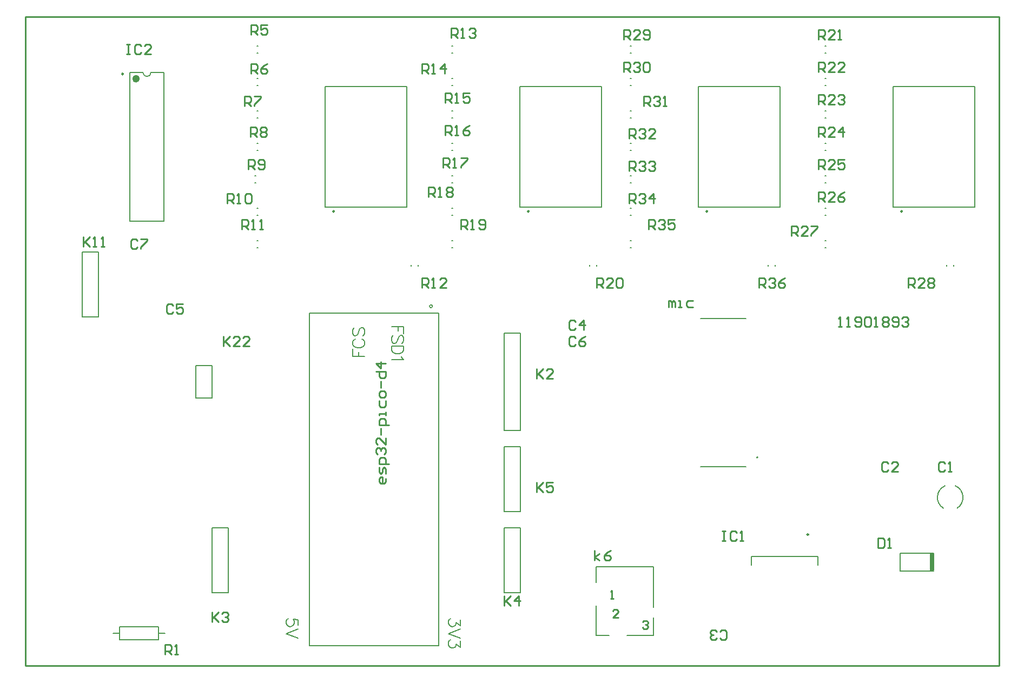
<source format=gto>
G04*
G04 #@! TF.GenerationSoftware,Altium Limited,Altium Designer,20.0.12 (288)*
G04*
G04 Layer_Color=65535*
%FSLAX25Y25*%
%MOIN*%
G70*
G01*
G75*
%ADD10C,0.00984*%
%ADD11C,0.00787*%
%ADD12C,0.02362*%
%ADD13C,0.00500*%
%ADD14C,0.01000*%
%ADD15C,0.00781*%
%ADD16R,0.03150X0.11024*%
D10*
X642724Y181000D02*
G03*
X642724Y181000I-492J0D01*
G01*
X220492Y464921D02*
G03*
X220492Y464921I-492J0D01*
G01*
X350492Y380236D02*
G03*
X350492Y380236I-492J0D01*
G01*
X470492D02*
G03*
X470492Y380236I-492J0D01*
G01*
X700492D02*
G03*
X700492Y380236I-492J0D01*
G01*
X580492D02*
G03*
X580492Y380236I-492J0D01*
G01*
D11*
X611469Y228500D02*
G03*
X611469Y228500I-394J0D01*
G01*
X734232Y197203D02*
G03*
X733274Y211003I-4232J6640D01*
G01*
X726726D02*
G03*
X725768Y197203I3274J-7161D01*
G01*
X410920Y321693D02*
G03*
X410920Y321693I-880J0D01*
G01*
X232500Y465866D02*
G03*
X237500Y465866I2500J0D01*
G01*
X607528Y167417D02*
X648472D01*
X607528Y162299D02*
Y167417D01*
X648472Y162299D02*
Y167417D01*
X302756Y437933D02*
X303543D01*
X302756Y442067D02*
X303543D01*
X532756Y437933D02*
X533543D01*
X532756Y442067D02*
X533543D01*
X532756Y357933D02*
X533543D01*
X532756Y362067D02*
X533543D01*
X652756Y357933D02*
X653543D01*
X652756Y362067D02*
X653543D01*
X265000Y265000D02*
Y285000D01*
Y265000D02*
X275000D01*
Y285000D01*
X265000D02*
X275000D01*
X455000Y195000D02*
X465000D01*
X455000D02*
Y235000D01*
X465000Y195000D02*
Y235000D01*
X455000D02*
X465000D01*
X455000Y245000D02*
Y305000D01*
X465000Y245000D02*
Y305000D01*
X455000D02*
X465000D01*
X455000Y245000D02*
X465000D01*
X622067Y346457D02*
Y347244D01*
X617933Y346457D02*
Y347244D01*
X732067Y346457D02*
Y347244D01*
X727933Y346457D02*
Y347244D01*
X402067Y346457D02*
Y347244D01*
X397933Y346457D02*
Y347244D01*
X422756Y477933D02*
X423543D01*
X422756Y482067D02*
X423543D01*
X302756Y457933D02*
X303543D01*
X302756Y462067D02*
X303543D01*
X302756Y417933D02*
X303543D01*
X302756Y422067D02*
X303543D01*
X301457Y397933D02*
X302244D01*
X301457Y402067D02*
X302244D01*
X302756Y482067D02*
X303543D01*
X302756Y477933D02*
X303543D01*
X302756Y362067D02*
X303543D01*
X302756Y357933D02*
X303543D01*
X242000Y120000D02*
X246000D01*
X214000D02*
X218000D01*
Y116000D02*
X242000D01*
Y124000D01*
X218000D02*
X242000D01*
X218000Y116000D02*
Y124000D01*
X275000Y185000D02*
X285000D01*
Y145000D02*
Y185000D01*
X275000Y145000D02*
Y185000D01*
Y145000D02*
X285000D01*
X455000D02*
X465000D01*
X455000D02*
Y185000D01*
X465000Y145000D02*
Y185000D01*
X455000D02*
X465000D01*
X302756Y377933D02*
X303543D01*
X302756Y382067D02*
X303543D01*
X224370Y374134D02*
X245630D01*
X237500Y465866D02*
X245630D01*
X224370D02*
X232500D01*
X245630Y374134D02*
Y465866D01*
X224370Y374134D02*
Y465866D01*
X512067Y346457D02*
Y347244D01*
X507933Y346457D02*
Y347244D01*
X344803Y382795D02*
X395197D01*
Y457205D01*
X344803D02*
X395197D01*
X344803Y382795D02*
Y457205D01*
X464803Y382795D02*
X515197D01*
Y457205D01*
X464803D02*
X515197D01*
X464803Y382795D02*
Y457205D01*
X422756Y357933D02*
X423543D01*
X422756Y362067D02*
X423543D01*
X422756Y377933D02*
X423543D01*
X422756Y382067D02*
X423543D01*
X422756Y417933D02*
X423543D01*
X422756Y422067D02*
X423543D01*
X422756Y457933D02*
X423543D01*
X422756Y462067D02*
X423543D01*
X422756Y437933D02*
X423543D01*
X422756Y442067D02*
X423543D01*
X532756Y377933D02*
X533543D01*
X532756Y382067D02*
X533543D01*
X532756Y397933D02*
X533543D01*
X532756Y402067D02*
X533543D01*
X532756Y417933D02*
X533543D01*
X532756Y422067D02*
X533543D01*
X532756Y457933D02*
X533543D01*
X532756Y462067D02*
X533543D01*
X422756Y397933D02*
X423543D01*
X422756Y402067D02*
X423543D01*
X694803Y382795D02*
Y457205D01*
X745197D01*
Y382795D02*
Y457205D01*
X694803Y382795D02*
X745197D01*
X574803D02*
Y457205D01*
X625197D01*
Y382795D02*
Y457205D01*
X574803Y382795D02*
X625197D01*
X652756Y482067D02*
X653543D01*
X652756Y477933D02*
X653543D01*
X532756Y482067D02*
X533543D01*
X532756Y477933D02*
X533543D01*
X652756Y462067D02*
X653543D01*
X652756Y457933D02*
X653543D01*
X652756Y442067D02*
X653543D01*
X652756Y437933D02*
X653543D01*
X652756Y417933D02*
X653543D01*
X652756Y422067D02*
X653543D01*
X195000Y315000D02*
X205000D01*
X195000D02*
Y355000D01*
X205000Y315000D02*
Y355000D01*
X195000D02*
X205000D01*
X652756Y402067D02*
X653543D01*
X652756Y397933D02*
X653543D01*
X652756Y382067D02*
X653543D01*
X652756Y377933D02*
X653543D01*
X698976Y158488D02*
Y169512D01*
X719842D01*
X698976Y158488D02*
X719842D01*
D12*
X229488Y461929D02*
G03*
X229488Y461929I-1181J0D01*
G01*
D13*
X576291Y314248D02*
X604244D01*
X576291Y222752D02*
X604244D01*
X414961Y112638D02*
Y317362D01*
X335039Y112638D02*
X414961D01*
X335039D02*
Y317362D01*
X414961D01*
X511783Y161035D02*
X547217D01*
X511783Y151587D02*
Y161035D01*
X547217Y136232D02*
Y161035D01*
Y118909D02*
Y129933D01*
X530681Y118909D02*
X547217D01*
X511783D02*
Y137020D01*
Y118909D02*
X519657D01*
D14*
X589502Y182999D02*
X591502D01*
X590502D01*
Y177001D01*
X589502D01*
X591502D01*
X598499Y181999D02*
X597500Y182999D01*
X595500D01*
X594500Y181999D01*
Y178001D01*
X595500Y177001D01*
X597500D01*
X598499Y178001D01*
X600498Y177001D02*
X602498D01*
X601498D01*
Y182999D01*
X600498Y181999D01*
X295002Y445001D02*
Y450999D01*
X298001D01*
X299000Y449999D01*
Y448000D01*
X298001Y447000D01*
X295002D01*
X297001D02*
X299000Y445001D01*
X301000Y450999D02*
X304998D01*
Y449999D01*
X301000Y446001D01*
Y445001D01*
X661000Y309000D02*
X662999D01*
X662000D01*
Y314998D01*
X661000Y313998D01*
X665998Y309000D02*
X667998D01*
X666998D01*
Y314998D01*
X665998Y313998D01*
X670997Y310000D02*
X671996Y309000D01*
X673996D01*
X674996Y310000D01*
Y313998D01*
X673996Y314998D01*
X671996D01*
X670997Y313998D01*
Y312999D01*
X671996Y311999D01*
X674996D01*
X676995Y313998D02*
X677994Y314998D01*
X679994D01*
X680994Y313998D01*
Y310000D01*
X679994Y309000D01*
X677994D01*
X676995Y310000D01*
Y313998D01*
X682993Y309000D02*
X684992D01*
X683993D01*
Y314998D01*
X682993Y313998D01*
X687991D02*
X688991Y314998D01*
X690990D01*
X691990Y313998D01*
Y312999D01*
X690990Y311999D01*
X691990Y310999D01*
Y310000D01*
X690990Y309000D01*
X688991D01*
X687991Y310000D01*
Y310999D01*
X688991Y311999D01*
X687991Y312999D01*
Y313998D01*
X688991Y311999D02*
X690990D01*
X693989Y310000D02*
X694989Y309000D01*
X696988D01*
X697988Y310000D01*
Y313998D01*
X696988Y314998D01*
X694989D01*
X693989Y313998D01*
Y312999D01*
X694989Y311999D01*
X697988D01*
X699987Y313998D02*
X700987Y314998D01*
X702986D01*
X703986Y313998D01*
Y312999D01*
X702986Y311999D01*
X701987D01*
X702986D01*
X703986Y310999D01*
Y310000D01*
X702986Y309000D01*
X700987D01*
X699987Y310000D01*
X520642Y141587D02*
X522308D01*
X521475D01*
Y146585D01*
X520642Y145752D01*
X540445Y127051D02*
X541278Y127884D01*
X542944D01*
X543777Y127051D01*
Y126218D01*
X542944Y125385D01*
X542111D01*
X542944D01*
X543777Y124552D01*
Y123719D01*
X542944Y122886D01*
X541278D01*
X540445Y123719D01*
X525470Y129657D02*
X522138D01*
X525470Y132990D01*
Y133823D01*
X524637Y134656D01*
X522971D01*
X522138Y133823D01*
X381999Y215511D02*
Y213512D01*
X381000Y212512D01*
X379000D01*
X378001Y213512D01*
Y215511D01*
X379000Y216511D01*
X380000D01*
Y212512D01*
X381999Y218510D02*
Y221509D01*
X381000Y222509D01*
X380000Y221509D01*
Y219510D01*
X379000Y218510D01*
X378001Y219510D01*
Y222509D01*
X383999Y224508D02*
X378001D01*
Y227507D01*
X379000Y228507D01*
X381000D01*
X381999Y227507D01*
Y224508D01*
X377001Y230506D02*
X376001Y231506D01*
Y233505D01*
X377001Y234505D01*
X378001D01*
X379000Y233505D01*
Y232506D01*
Y233505D01*
X380000Y234505D01*
X381000D01*
X381999Y233505D01*
Y231506D01*
X381000Y230506D01*
X381999Y240503D02*
Y236504D01*
X378001Y240503D01*
X377001D01*
X376001Y239503D01*
Y237504D01*
X377001Y236504D01*
X379000Y242502D02*
Y246501D01*
X383999Y248500D02*
X378001D01*
Y251500D01*
X379000Y252499D01*
X381000D01*
X381999Y251500D01*
Y248500D01*
Y254499D02*
Y256498D01*
Y255498D01*
X378001D01*
Y254499D01*
Y263496D02*
Y260497D01*
X379000Y259497D01*
X381000D01*
X381999Y260497D01*
Y263496D01*
Y266495D02*
Y268494D01*
X381000Y269494D01*
X379000D01*
X378001Y268494D01*
Y266495D01*
X379000Y265495D01*
X381000D01*
X381999Y266495D01*
X379000Y271493D02*
Y275492D01*
X376001Y281490D02*
X381999D01*
Y278491D01*
X381000Y277491D01*
X379000D01*
X378001Y278491D01*
Y281490D01*
X381999Y286488D02*
X376001D01*
X379000Y283489D01*
Y287488D01*
X222502Y482999D02*
X224502D01*
X223502D01*
Y477001D01*
X222502D01*
X224502D01*
X231500Y481999D02*
X230500Y482999D01*
X228501D01*
X227501Y481999D01*
Y478001D01*
X228501Y477001D01*
X230500D01*
X231500Y478001D01*
X237498Y477001D02*
X233499D01*
X237498Y481000D01*
Y481999D01*
X236498Y482999D01*
X234499D01*
X233499Y481999D01*
X612003Y333001D02*
Y338999D01*
X615002D01*
X616001Y337999D01*
Y336000D01*
X615002Y335000D01*
X612003D01*
X614002D02*
X616001Y333001D01*
X618001Y337999D02*
X619000Y338999D01*
X621000D01*
X621999Y337999D01*
Y337000D01*
X621000Y336000D01*
X620000D01*
X621000D01*
X621999Y335000D01*
Y334001D01*
X621000Y333001D01*
X619000D01*
X618001Y334001D01*
X627997Y338999D02*
X625998Y337999D01*
X623999Y336000D01*
Y334001D01*
X624998Y333001D01*
X626998D01*
X627997Y334001D01*
Y335000D01*
X626998Y336000D01*
X623999D01*
X544003Y369001D02*
Y374999D01*
X547002D01*
X548001Y373999D01*
Y372000D01*
X547002Y371000D01*
X544003D01*
X546002D02*
X548001Y369001D01*
X550001Y373999D02*
X551000Y374999D01*
X553000D01*
X553999Y373999D01*
Y373000D01*
X553000Y372000D01*
X552000D01*
X553000D01*
X553999Y371000D01*
Y370001D01*
X553000Y369001D01*
X551000D01*
X550001Y370001D01*
X559997Y374999D02*
X555999D01*
Y372000D01*
X557998Y373000D01*
X558998D01*
X559997Y372000D01*
Y370001D01*
X558998Y369001D01*
X556998D01*
X555999Y370001D01*
X532003Y385001D02*
Y390999D01*
X535002D01*
X536001Y389999D01*
Y388000D01*
X535002Y387000D01*
X532003D01*
X534002D02*
X536001Y385001D01*
X538001Y389999D02*
X539000Y390999D01*
X541000D01*
X541999Y389999D01*
Y389000D01*
X541000Y388000D01*
X540000D01*
X541000D01*
X541999Y387000D01*
Y386001D01*
X541000Y385001D01*
X539000D01*
X538001Y386001D01*
X546998Y385001D02*
Y390999D01*
X543999Y388000D01*
X547997D01*
X532003Y405001D02*
Y410999D01*
X535002D01*
X536001Y409999D01*
Y408000D01*
X535002Y407000D01*
X532003D01*
X534002D02*
X536001Y405001D01*
X538001Y409999D02*
X539000Y410999D01*
X541000D01*
X541999Y409999D01*
Y409000D01*
X541000Y408000D01*
X540000D01*
X541000D01*
X541999Y407000D01*
Y406001D01*
X541000Y405001D01*
X539000D01*
X538001Y406001D01*
X543999Y409999D02*
X544998Y410999D01*
X546998D01*
X547997Y409999D01*
Y409000D01*
X546998Y408000D01*
X545998D01*
X546998D01*
X547997Y407000D01*
Y406001D01*
X546998Y405001D01*
X544998D01*
X543999Y406001D01*
X532003Y425001D02*
Y430999D01*
X535002D01*
X536001Y429999D01*
Y428000D01*
X535002Y427000D01*
X532003D01*
X534002D02*
X536001Y425001D01*
X538001Y429999D02*
X539000Y430999D01*
X541000D01*
X541999Y429999D01*
Y429000D01*
X541000Y428000D01*
X540000D01*
X541000D01*
X541999Y427000D01*
Y426001D01*
X541000Y425001D01*
X539000D01*
X538001Y426001D01*
X547997Y425001D02*
X543999D01*
X547997Y429000D01*
Y429999D01*
X546998Y430999D01*
X544998D01*
X543999Y429999D01*
X541002Y445001D02*
Y450999D01*
X544001D01*
X545001Y449999D01*
Y448000D01*
X544001Y447000D01*
X541002D01*
X543002D02*
X545001Y445001D01*
X547000Y449999D02*
X548000Y450999D01*
X549999D01*
X550999Y449999D01*
Y449000D01*
X549999Y448000D01*
X549000D01*
X549999D01*
X550999Y447000D01*
Y446001D01*
X549999Y445001D01*
X548000D01*
X547000Y446001D01*
X552998Y445001D02*
X554998D01*
X553998D01*
Y450999D01*
X552998Y449999D01*
X528900Y466200D02*
Y472198D01*
X531899D01*
X532899Y471198D01*
Y469199D01*
X531899Y468199D01*
X528900D01*
X530899D02*
X532899Y466200D01*
X534898Y471198D02*
X535898Y472198D01*
X537897D01*
X538897Y471198D01*
Y470199D01*
X537897Y469199D01*
X536897D01*
X537897D01*
X538897Y468199D01*
Y467200D01*
X537897Y466200D01*
X535898D01*
X534898Y467200D01*
X540896Y471198D02*
X541896Y472198D01*
X543895D01*
X544895Y471198D01*
Y467200D01*
X543895Y466200D01*
X541896D01*
X540896Y467200D01*
Y471198D01*
X528900Y486200D02*
Y492198D01*
X531899D01*
X532899Y491198D01*
Y489199D01*
X531899Y488199D01*
X528900D01*
X530899D02*
X532899Y486200D01*
X538897D02*
X534898D01*
X538897Y490199D01*
Y491198D01*
X537897Y492198D01*
X535898D01*
X534898Y491198D01*
X540896Y487200D02*
X541896Y486200D01*
X543895D01*
X544895Y487200D01*
Y491198D01*
X543895Y492198D01*
X541896D01*
X540896Y491198D01*
Y490199D01*
X541896Y489199D01*
X544895D01*
X704003Y333001D02*
Y338999D01*
X707002D01*
X708001Y337999D01*
Y336000D01*
X707002Y335000D01*
X704003D01*
X706002D02*
X708001Y333001D01*
X713999D02*
X710001D01*
X713999Y337000D01*
Y337999D01*
X713000Y338999D01*
X711000D01*
X710001Y337999D01*
X715999D02*
X716998Y338999D01*
X718998D01*
X719997Y337999D01*
Y337000D01*
X718998Y336000D01*
X719997Y335000D01*
Y334001D01*
X718998Y333001D01*
X716998D01*
X715999Y334001D01*
Y335000D01*
X716998Y336000D01*
X715999Y337000D01*
Y337999D01*
X716998Y336000D02*
X718998D01*
X632003Y365001D02*
Y370999D01*
X635002D01*
X636001Y369999D01*
Y368000D01*
X635002Y367000D01*
X632003D01*
X634002D02*
X636001Y365001D01*
X641999D02*
X638001D01*
X641999Y369000D01*
Y369999D01*
X641000Y370999D01*
X639000D01*
X638001Y369999D01*
X643999Y370999D02*
X647997D01*
Y369999D01*
X643999Y366001D01*
Y365001D01*
X648900Y386200D02*
Y392198D01*
X651899D01*
X652899Y391198D01*
Y389199D01*
X651899Y388199D01*
X648900D01*
X650899D02*
X652899Y386200D01*
X658897D02*
X654898D01*
X658897Y390199D01*
Y391198D01*
X657897Y392198D01*
X655898D01*
X654898Y391198D01*
X664895Y392198D02*
X662895Y391198D01*
X660896Y389199D01*
Y387200D01*
X661896Y386200D01*
X663895D01*
X664895Y387200D01*
Y388199D01*
X663895Y389199D01*
X660896D01*
X648900Y406200D02*
Y412198D01*
X651899D01*
X652899Y411198D01*
Y409199D01*
X651899Y408199D01*
X648900D01*
X650899D02*
X652899Y406200D01*
X658897D02*
X654898D01*
X658897Y410199D01*
Y411198D01*
X657897Y412198D01*
X655898D01*
X654898Y411198D01*
X664895Y412198D02*
X660896D01*
Y409199D01*
X662895Y410199D01*
X663895D01*
X664895Y409199D01*
Y407200D01*
X663895Y406200D01*
X661896D01*
X660896Y407200D01*
X648900Y426200D02*
Y432198D01*
X651899D01*
X652899Y431198D01*
Y429199D01*
X651899Y428199D01*
X648900D01*
X650899D02*
X652899Y426200D01*
X658897D02*
X654898D01*
X658897Y430199D01*
Y431198D01*
X657897Y432198D01*
X655898D01*
X654898Y431198D01*
X663895Y426200D02*
Y432198D01*
X660896Y429199D01*
X664895D01*
X648900Y446200D02*
Y452198D01*
X651899D01*
X652899Y451198D01*
Y449199D01*
X651899Y448199D01*
X648900D01*
X650899D02*
X652899Y446200D01*
X658897D02*
X654898D01*
X658897Y450199D01*
Y451198D01*
X657897Y452198D01*
X655898D01*
X654898Y451198D01*
X660896D02*
X661896Y452198D01*
X663895D01*
X664895Y451198D01*
Y450199D01*
X663895Y449199D01*
X662895D01*
X663895D01*
X664895Y448199D01*
Y447200D01*
X663895Y446200D01*
X661896D01*
X660896Y447200D01*
X648900Y466200D02*
Y472198D01*
X651899D01*
X652899Y471198D01*
Y469199D01*
X651899Y468199D01*
X648900D01*
X650899D02*
X652899Y466200D01*
X658897D02*
X654898D01*
X658897Y470199D01*
Y471198D01*
X657897Y472198D01*
X655898D01*
X654898Y471198D01*
X664895Y466200D02*
X660896D01*
X664895Y470199D01*
Y471198D01*
X663895Y472198D01*
X661896D01*
X660896Y471198D01*
X648900Y486200D02*
Y492198D01*
X651899D01*
X652899Y491198D01*
Y489199D01*
X651899Y488199D01*
X648900D01*
X650899D02*
X652899Y486200D01*
X658897D02*
X654898D01*
X658897Y490199D01*
Y491198D01*
X657897Y492198D01*
X655898D01*
X654898Y491198D01*
X660896Y486200D02*
X662895D01*
X661896D01*
Y492198D01*
X660896Y491198D01*
X512003Y333001D02*
Y338999D01*
X515002D01*
X516001Y337999D01*
Y336000D01*
X515002Y335000D01*
X512003D01*
X514002D02*
X516001Y333001D01*
X521999D02*
X518001D01*
X521999Y337000D01*
Y337999D01*
X521000Y338999D01*
X519000D01*
X518001Y337999D01*
X523999D02*
X524998Y338999D01*
X526998D01*
X527997Y337999D01*
Y334001D01*
X526998Y333001D01*
X524998D01*
X523999Y334001D01*
Y337999D01*
X428502Y369001D02*
Y374999D01*
X431501D01*
X432501Y373999D01*
Y372000D01*
X431501Y371000D01*
X428502D01*
X430502D02*
X432501Y369001D01*
X434501D02*
X436500D01*
X435500D01*
Y374999D01*
X434501Y373999D01*
X439499Y370001D02*
X440498Y369001D01*
X442498D01*
X443498Y370001D01*
Y373999D01*
X442498Y374999D01*
X440498D01*
X439499Y373999D01*
Y373000D01*
X440498Y372000D01*
X443498D01*
X408502Y389001D02*
Y394999D01*
X411502D01*
X412501Y393999D01*
Y392000D01*
X411502Y391000D01*
X408502D01*
X410502D02*
X412501Y389001D01*
X414501D02*
X416500D01*
X415500D01*
Y394999D01*
X414501Y393999D01*
X419499D02*
X420499Y394999D01*
X422498D01*
X423498Y393999D01*
Y393000D01*
X422498Y392000D01*
X423498Y391000D01*
Y390001D01*
X422498Y389001D01*
X420499D01*
X419499Y390001D01*
Y391000D01*
X420499Y392000D01*
X419499Y393000D01*
Y393999D01*
X420499Y392000D02*
X422498D01*
X417502Y407001D02*
Y412999D01*
X420502D01*
X421501Y411999D01*
Y410000D01*
X420502Y409000D01*
X417502D01*
X419502D02*
X421501Y407001D01*
X423500D02*
X425500D01*
X424500D01*
Y412999D01*
X423500Y411999D01*
X428499Y412999D02*
X432498D01*
Y411999D01*
X428499Y408001D01*
Y407001D01*
X418802Y427001D02*
Y432999D01*
X421801D01*
X422800Y431999D01*
Y430000D01*
X421801Y429000D01*
X418802D01*
X420801D02*
X422800Y427001D01*
X424800D02*
X426799D01*
X425799D01*
Y432999D01*
X424800Y431999D01*
X433797Y432999D02*
X431797Y431999D01*
X429798Y430000D01*
Y428001D01*
X430798Y427001D01*
X432797D01*
X433797Y428001D01*
Y429000D01*
X432797Y430000D01*
X429798D01*
X418802Y447001D02*
Y452999D01*
X421801D01*
X422800Y451999D01*
Y450000D01*
X421801Y449000D01*
X418802D01*
X420801D02*
X422800Y447001D01*
X424800D02*
X426799D01*
X425799D01*
Y452999D01*
X424800Y451999D01*
X433797Y452999D02*
X429798D01*
Y450000D01*
X431797Y451000D01*
X432797D01*
X433797Y450000D01*
Y448001D01*
X432797Y447001D01*
X430798D01*
X429798Y448001D01*
X404502Y465001D02*
Y470999D01*
X407502D01*
X408501Y469999D01*
Y468000D01*
X407502Y467000D01*
X404502D01*
X406502D02*
X408501Y465001D01*
X410500D02*
X412500D01*
X411500D01*
Y470999D01*
X410500Y469999D01*
X418498Y465001D02*
Y470999D01*
X415499Y468000D01*
X419498D01*
X422502Y487001D02*
Y492999D01*
X425501D01*
X426501Y491999D01*
Y490000D01*
X425501Y489000D01*
X422502D01*
X424502D02*
X426501Y487001D01*
X428501D02*
X430500D01*
X429500D01*
Y492999D01*
X428501Y491999D01*
X433499D02*
X434499Y492999D01*
X436498D01*
X437498Y491999D01*
Y491000D01*
X436498Y490000D01*
X435498D01*
X436498D01*
X437498Y489000D01*
Y488001D01*
X436498Y487001D01*
X434499D01*
X433499Y488001D01*
X404502Y333001D02*
Y338999D01*
X407502D01*
X408501Y337999D01*
Y336000D01*
X407502Y335000D01*
X404502D01*
X406502D02*
X408501Y333001D01*
X410500D02*
X412500D01*
X411500D01*
Y338999D01*
X410500Y337999D01*
X419498Y333001D02*
X415499D01*
X419498Y337000D01*
Y337999D01*
X418498Y338999D01*
X416499D01*
X415499Y337999D01*
X293502Y369001D02*
Y374999D01*
X296501D01*
X297501Y373999D01*
Y372000D01*
X296501Y371000D01*
X293502D01*
X295501D02*
X297501Y369001D01*
X299500D02*
X301500D01*
X300500D01*
Y374999D01*
X299500Y373999D01*
X304499Y369001D02*
X306498D01*
X305498D01*
Y374999D01*
X304499Y373999D01*
X284502Y385001D02*
Y390999D01*
X287502D01*
X288501Y389999D01*
Y388000D01*
X287502Y387000D01*
X284502D01*
X286502D02*
X288501Y385001D01*
X290500D02*
X292500D01*
X291500D01*
Y390999D01*
X290500Y389999D01*
X295499D02*
X296498Y390999D01*
X298498D01*
X299498Y389999D01*
Y386001D01*
X298498Y385001D01*
X296498D01*
X295499Y386001D01*
Y389999D01*
X297600Y406200D02*
Y412198D01*
X300599D01*
X301599Y411198D01*
Y409199D01*
X300599Y408199D01*
X297600D01*
X299599D02*
X301599Y406200D01*
X303598Y407200D02*
X304598Y406200D01*
X306597D01*
X307597Y407200D01*
Y411198D01*
X306597Y412198D01*
X304598D01*
X303598Y411198D01*
Y410199D01*
X304598Y409199D01*
X307597D01*
X298900Y426200D02*
Y432198D01*
X301899D01*
X302899Y431198D01*
Y429199D01*
X301899Y428199D01*
X298900D01*
X300899D02*
X302899Y426200D01*
X304898Y431198D02*
X305898Y432198D01*
X307897D01*
X308897Y431198D01*
Y430199D01*
X307897Y429199D01*
X308897Y428199D01*
Y427200D01*
X307897Y426200D01*
X305898D01*
X304898Y427200D01*
Y428199D01*
X305898Y429199D01*
X304898Y430199D01*
Y431198D01*
X305898Y429199D02*
X307897D01*
X299002Y465001D02*
Y470999D01*
X302001D01*
X303000Y469999D01*
Y468000D01*
X302001Y467000D01*
X299002D01*
X301001D02*
X303000Y465001D01*
X308998Y470999D02*
X306999Y469999D01*
X305000Y468000D01*
Y466001D01*
X305999Y465001D01*
X307999D01*
X308998Y466001D01*
Y467000D01*
X307999Y468000D01*
X305000D01*
X299002Y489001D02*
Y494999D01*
X302001D01*
X303000Y493999D01*
Y492000D01*
X302001Y491000D01*
X299002D01*
X301001D02*
X303000Y489001D01*
X308998Y494999D02*
X305000D01*
Y492000D01*
X306999Y493000D01*
X307999D01*
X308998Y492000D01*
Y490001D01*
X307999Y489001D01*
X305999D01*
X305000Y490001D01*
X246001Y107001D02*
Y112999D01*
X249000D01*
X250000Y111999D01*
Y110000D01*
X249000Y109000D01*
X246001D01*
X248001D02*
X250000Y107001D01*
X251999D02*
X253999D01*
X252999D01*
Y112999D01*
X251999Y111999D01*
X556502Y321001D02*
Y325000D01*
X557502D01*
X558502Y324000D01*
Y321001D01*
Y324000D01*
X559502Y325000D01*
X560501Y324000D01*
Y321001D01*
X562500D02*
X564500D01*
X563500D01*
Y325000D01*
X562500D01*
X571498D02*
X568499D01*
X567499Y324000D01*
Y322001D01*
X568499Y321001D01*
X571498D01*
X282003Y302999D02*
Y297001D01*
Y299000D01*
X286001Y302999D01*
X283002Y300000D01*
X286001Y297001D01*
X291999D02*
X288001D01*
X291999Y301000D01*
Y301999D01*
X291000Y302999D01*
X289000D01*
X288001Y301999D01*
X297997Y297001D02*
X293999D01*
X297997Y301000D01*
Y301999D01*
X296998Y302999D01*
X294998D01*
X293999Y301999D01*
X195650Y364348D02*
Y358350D01*
Y360349D01*
X199649Y364348D01*
X196650Y361349D01*
X199649Y358350D01*
X201648D02*
X203647D01*
X202648D01*
Y364348D01*
X201648Y363348D01*
X206646Y358350D02*
X208646D01*
X207646D01*
Y364348D01*
X206646Y363348D01*
X510800Y165000D02*
Y170998D01*
Y166999D02*
X513799Y168999D01*
X510800Y166999D02*
X513799Y165000D01*
X520797Y170998D02*
X518797Y169998D01*
X516798Y167999D01*
Y166000D01*
X517798Y165000D01*
X519797D01*
X520797Y166000D01*
Y166999D01*
X519797Y167999D01*
X516798D01*
X475002Y212999D02*
Y207001D01*
Y209000D01*
X479000Y212999D01*
X476001Y210000D01*
X479000Y207001D01*
X484998Y212999D02*
X481000D01*
Y210000D01*
X482999Y211000D01*
X483999D01*
X484998Y210000D01*
Y208001D01*
X483999Y207001D01*
X481999D01*
X481000Y208001D01*
X455002Y142999D02*
Y137001D01*
Y139000D01*
X459000Y142999D01*
X456001Y140000D01*
X459000Y137001D01*
X463999D02*
Y142999D01*
X461000Y140000D01*
X464998D01*
X275002Y132999D02*
Y127001D01*
Y129000D01*
X279000Y132999D01*
X276001Y130000D01*
X279000Y127001D01*
X281000Y131999D02*
X281999Y132999D01*
X283999D01*
X284998Y131999D01*
Y131000D01*
X283999Y130000D01*
X282999D01*
X283999D01*
X284998Y129000D01*
Y128001D01*
X283999Y127001D01*
X281999D01*
X281000Y128001D01*
X475002Y282999D02*
Y277001D01*
Y279000D01*
X479000Y282999D01*
X476001Y280000D01*
X479000Y277001D01*
X484998D02*
X481000D01*
X484998Y281000D01*
Y281999D01*
X483999Y282999D01*
X481999D01*
X481000Y281999D01*
X685509Y178898D02*
Y172900D01*
X688508D01*
X689508Y173900D01*
Y177898D01*
X688508Y178898D01*
X685509D01*
X691507Y172900D02*
X693507D01*
X692507D01*
Y178898D01*
X691507Y177898D01*
X229000Y361999D02*
X228001Y362999D01*
X226001D01*
X225002Y361999D01*
Y358001D01*
X226001Y357001D01*
X228001D01*
X229000Y358001D01*
X231000Y362999D02*
X234998D01*
Y361999D01*
X231000Y358001D01*
Y357001D01*
X499000Y301999D02*
X498001Y302999D01*
X496001D01*
X495002Y301999D01*
Y298001D01*
X496001Y297001D01*
X498001D01*
X499000Y298001D01*
X504998Y302999D02*
X502999Y301999D01*
X501000Y300000D01*
Y298001D01*
X501999Y297001D01*
X503999D01*
X504998Y298001D01*
Y299000D01*
X503999Y300000D01*
X501000D01*
X251000Y321999D02*
X250001Y322999D01*
X248001D01*
X247002Y321999D01*
Y318001D01*
X248001Y317001D01*
X250001D01*
X251000Y318001D01*
X256998Y322999D02*
X253000D01*
Y320000D01*
X254999Y321000D01*
X255999D01*
X256998Y320000D01*
Y318001D01*
X255999Y317001D01*
X253999D01*
X253000Y318001D01*
X499000Y311999D02*
X498001Y312999D01*
X496001D01*
X495002Y311999D01*
Y308001D01*
X496001Y307001D01*
X498001D01*
X499000Y308001D01*
X503999Y307001D02*
Y312999D01*
X501000Y310000D01*
X504998D01*
X588000Y117048D02*
X588999Y116048D01*
X590999D01*
X591998Y117048D01*
Y121046D01*
X590999Y122046D01*
X588999D01*
X588000Y121046D01*
X586000Y117048D02*
X585001Y116048D01*
X583001D01*
X582002Y117048D01*
Y118047D01*
X583001Y119047D01*
X584001D01*
X583001D01*
X582002Y120047D01*
Y121046D01*
X583001Y122046D01*
X585001D01*
X586000Y121046D01*
X691699Y224798D02*
X690699Y225798D01*
X688700D01*
X687700Y224798D01*
Y220800D01*
X688700Y219800D01*
X690699D01*
X691699Y220800D01*
X697697Y219800D02*
X693698D01*
X697697Y223799D01*
Y224798D01*
X696697Y225798D01*
X694698D01*
X693698Y224798D01*
X726699Y224741D02*
X725699Y225741D01*
X723700D01*
X722700Y224741D01*
Y220742D01*
X723700Y219742D01*
X725699D01*
X726699Y220742D01*
X728698Y219742D02*
X730697D01*
X729698D01*
Y225741D01*
X728698Y224741D01*
X160000Y500000D02*
X760000D01*
Y100000D02*
Y500000D01*
X160000Y100000D02*
X760000D01*
X160000D02*
Y500000D01*
D15*
X361839Y290781D02*
X369219D01*
X361839D02*
Y295350D01*
X365353Y290781D02*
Y293593D01*
X363596Y301465D02*
X362893Y301114D01*
X362190Y300411D01*
X361839Y299708D01*
Y298302D01*
X362190Y297599D01*
X362893Y296896D01*
X363596Y296545D01*
X364650Y296193D01*
X366407D01*
X367462Y296545D01*
X368164Y296896D01*
X368867Y297599D01*
X369219Y298302D01*
Y299708D01*
X368867Y300411D01*
X368164Y301114D01*
X367462Y301465D01*
X362893Y308459D02*
X362190Y307756D01*
X361839Y306702D01*
Y305296D01*
X362190Y304241D01*
X362893Y303539D01*
X363596D01*
X364299Y303890D01*
X364650Y304241D01*
X365002Y304944D01*
X365704Y307053D01*
X366056Y307756D01*
X366407Y308107D01*
X367110Y308459D01*
X368164D01*
X368867Y307756D01*
X369219Y306702D01*
Y305296D01*
X368867Y304241D01*
X368164Y303539D01*
X328162Y125002D02*
Y128516D01*
X324998Y128867D01*
X325350Y128516D01*
X325701Y127462D01*
Y126407D01*
X325350Y125353D01*
X324647Y124650D01*
X323593Y124299D01*
X322890D01*
X321836Y124650D01*
X321133Y125353D01*
X320781Y126407D01*
Y127462D01*
X321133Y128516D01*
X321484Y128867D01*
X322187Y129219D01*
X328162Y122647D02*
X320781Y119835D01*
X328162Y117024D02*
X320781Y119835D01*
X393162Y309219D02*
X385781D01*
X393162D02*
Y304650D01*
X389647Y309219D02*
Y306407D01*
X392107Y298886D02*
X392810Y299589D01*
X393162Y300644D01*
Y302049D01*
X392810Y303104D01*
X392107Y303807D01*
X391404D01*
X390701Y303455D01*
X390350Y303104D01*
X389999Y302401D01*
X389296Y300292D01*
X388944Y299589D01*
X388593Y299238D01*
X387890Y298886D01*
X386836D01*
X386133Y299589D01*
X385781Y300644D01*
Y302049D01*
X386133Y303104D01*
X386836Y303807D01*
X393162Y297235D02*
X385781D01*
X393162D02*
Y294775D01*
X392810Y293720D01*
X392107Y293017D01*
X391404Y292666D01*
X390350Y292314D01*
X388593D01*
X387538Y292666D01*
X386836Y293017D01*
X386133Y293720D01*
X385781Y294775D01*
Y297235D01*
X391756Y290663D02*
X392107Y289960D01*
X393162Y288905D01*
X385781D01*
X428161Y128516D02*
Y124650D01*
X425350Y126759D01*
Y125704D01*
X424999Y125002D01*
X424647Y124650D01*
X423593Y124299D01*
X422890D01*
X421836Y124650D01*
X421133Y125353D01*
X420781Y126407D01*
Y127462D01*
X421133Y128516D01*
X421484Y128867D01*
X422187Y129219D01*
X428161Y122647D02*
X420781Y119835D01*
X428161Y117024D02*
X420781Y119835D01*
X428161Y115372D02*
Y111506D01*
X425350Y113615D01*
Y112560D01*
X424999Y111857D01*
X424647Y111506D01*
X423593Y111155D01*
X422890D01*
X421836Y111506D01*
X421133Y112209D01*
X420781Y113263D01*
Y114318D01*
X421133Y115372D01*
X421484Y115723D01*
X422187Y116075D01*
D16*
X718660Y163998D02*
D03*
M02*

</source>
